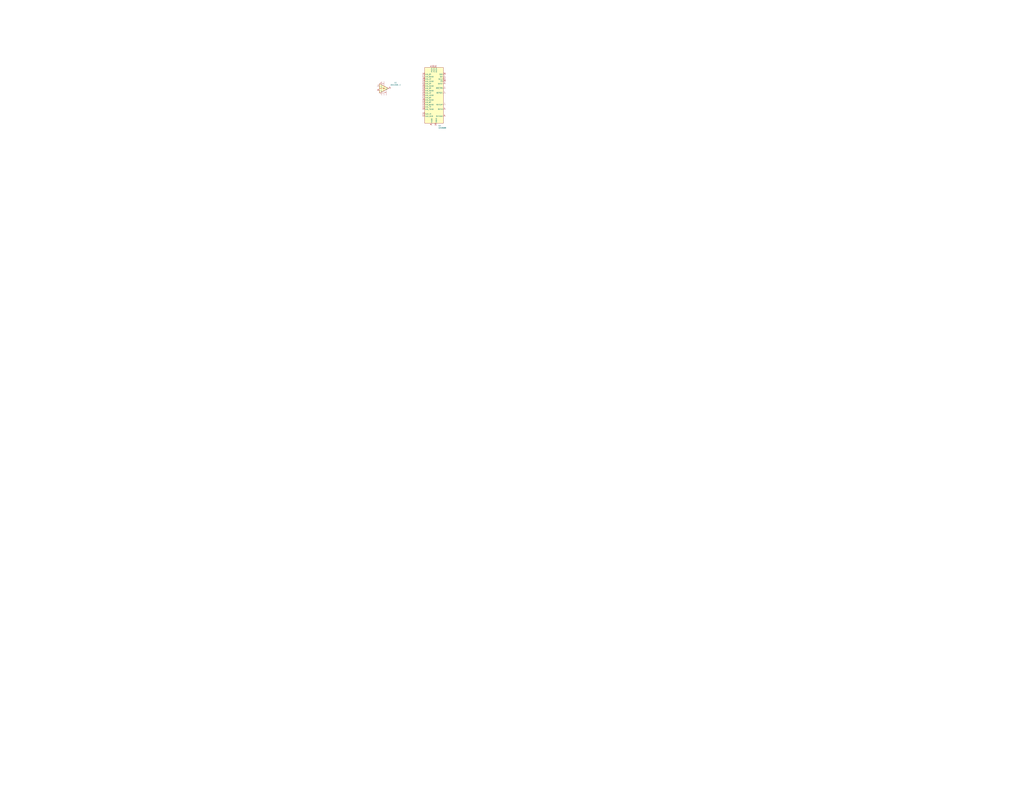
<source format=kicad_sch>
(kicad_sch (version 20231120) (generator "eeschema") (generator_version "8.0")
  (paper "E")
  (lib_symbols
    (symbol "Amplifier_Operational:ADA4530-1" (pin_names (offset 0.127))
      (property "Reference" "U" (at 3.81 5.08 0))
      (property "Value" "ADA4530-1" (at 3.81 3.175 0))
      (symbol "ADA4530-1_0_1"
        (polyline (pts (xy -3.81 0) (xy -5.08 0)))
        (polyline (pts (xy -2.54 0) (xy 0 0)))
        (polyline (pts (xy 0 2.54) (xy 0 -2.54)))
        (polyline (pts (xy -5.08 5.08) (xy 5.08 0) (xy -5.08 -5.08) (xy -5.08 5.08)) (stroke (width 0.254)) (fill (type background)))
        (polyline (pts (xy -3.81 -0.635) (xy -3.81 0.635) (xy -2.54 0) (xy -3.81 -0.635)))
        (circle (center 0 0) (radius 0.3556) (fill (type outline)))
      )
      (symbol "ADA4530-1_1_1"
        (pin input line (at -7.62 2.54 0) (length 2.54) (name "+") (number "1"))
        (pin passive line (at 0 7.62 270) (length 5.08) (name "~") (number "2"))
        (pin passive line (at 2.54 -7.62 90) (length 6.35) (name "IC") (number "3"))
        (pin power_in line (at -2.54 -7.62 90) (length 3.81) (name "V-") (number "4"))
        (pin power_in line (at -2.54 7.62 270) (length 3.81) (name "V+") (number "5"))
        (pin output line (at 7.62 0 180) (length 2.54) (name "~") (number "6"))
        (pin passive line (at 0 -7.62 90) (length 5.08) (name "~") (number "7"))
        (pin input line (at -7.62 -2.54 0) (length 2.54) (name "-") (number "8"))
      )
    )
    (symbol "Analog_ADC:ADS8688"
      (property "Reference" "U" (at -8.89 31.75 0))
      (property "Value" "ADS8688" (at 8.89 31.75 0))
      (symbol "ADS8688_0_1"
        (rectangle (start -10.16 30.48) (end 10.16 -30.48) (stroke (width 0.254)) (fill (type background)))
      )
      (symbol "ADS8688_1_1"
        (pin input line (at 12.7 20.32 180) (length 2.54) (name "SDI") (number "1"))
        (pin input line (at -12.7 -20.32 0) (length 2.54) (name "AUX_IN") (number "10"))
        (pin input line (at -12.7 -22.86 0) (length 2.54) (name "AUX_GND") (number "11"))
        (pin input line (at -12.7 -7.62 0) (length 2.54) (name "AIN_6P") (number "12"))
        (pin input line (at -12.7 -10.16 0) (length 2.54) (name "AIN_6GND") (number "13"))
        (pin input line (at -12.7 -12.7 0) (length 2.54) (name "AIN_7P") (number "14"))
        (pin input line (at -12.7 -15.24 0) (length 2.54) (name "AIN_7GND") (number "15"))
        (pin input line (at -12.7 22.86 0) (length 2.54) (name "AIN_0P") (number "16"))
        (pin input line (at -12.7 20.32 0) (length 2.54) (name "AIN_0GND") (number "17"))
        (pin input line (at -12.7 17.78 0) (length 2.54) (name "AIN_1P") (number "18"))
        (pin input line (at -12.7 15.24 0) (length 2.54) (name "AIN_1GND") (number "19"))
        (pin input line (at 12.7 7.62 180) (length 2.54) (name "~{RST/PD}") (number "2"))
        (pin input line (at -12.7 10.16 0) (length 2.54) (name "AIN_2GND") (number "20"))
        (pin input line (at -12.7 12.7 0) (length 2.54) (name "AIN_2P") (number "21"))
        (pin input line (at -12.7 5.08 0) (length 2.54) (name "AIN_3GND") (number "22"))
        (pin input line (at -12.7 7.62 0) (length 2.54) (name "AIN_3P") (number "23"))
        (pin input line (at -12.7 0 0) (length 2.54) (name "AIN_4GND") (number "24"))
        (pin input line (at -12.7 2.54 0) (length 2.54) (name "AIN_4P") (number "25"))
        (pin input line (at -12.7 -5.08 0) (length 2.54) (name "AIN_5GND") (number "26"))
        (pin input line (at -12.7 -2.54 0) (length 2.54) (name "AIN_5P") (number "27"))
        (pin passive line (at -2.54 -33.02 90) (length 2.54) hide (name "AGND") (number "28"))
        (pin passive line (at -2.54 -33.02 90) (length 2.54) hide (name "AGND") (number "29"))
        (pin input line (at 12.7 12.7 180) (length 2.54) (name "DAISY") (number "3"))
        (pin power_in line (at 0 33.02 270) (length 2.54) (name "AVDD") (number "30"))
        (pin passive line (at -2.54 -33.02 90) (length 2.54) hide (name "AGND") (number "31"))
        (pin passive line (at -2.54 -33.02 90) (length 2.54) hide (name "AGND") (number "32"))
        (pin power_in line (at 2.54 -33.02 90) (length 2.54) (name "DGND") (number "33"))
        (pin power_in line (at 2.54 33.02 270) (length 2.54) (name "DVDD") (number "34"))
        (pin no_connect line (at 10.16 -5.08 180) (length 2.54) hide (name "DNC") (number "35"))
        (pin output line (at 12.7 22.86 180) (length 2.54) (name "SDO") (number "36"))
        (pin input line (at 12.7 17.78 180) (length 2.54) (name "SCLK") (number "37"))
        (pin input line (at 12.7 15.24 180) (length 2.54) (name "~{CS}") (number "38"))
        (pin input line (at 12.7 2.54 180) (length 2.54) (name "~{REFSEL}") (number "4"))
        (pin passive line (at 12.7 -15.24 180) (length 2.54) (name "REFIO") (number "5"))
        (pin power_in line (at 12.7 -22.86 180) (length 2.54) (name "REFGND") (number "6"))
        (pin passive line (at 12.7 -10.16 180) (length 2.54) (name "REFCAP") (number "7"))
        (pin power_in line (at -2.54 -33.02 90) (length 2.54) (name "AGND") (number "8"))
        (pin power_in line (at -2.54 33.02 270) (length 2.54) (name "AVDD") (number "9"))
      )
    )
  )
  (symbol (lib_id "Amplifier_Operational:ADA4530-1") (at 419.1 96.52 0) (unit 1)
    (property "Reference" "U1" (at 431.8 90.2014 0))
    (property "Value" "ADA4530-1" (at 431.8 92.7414 0))
    (property "Footprint" "Package_SO:SOIC-8_3.9x4.9mm_P1.27mm" (effects (hide yes)))
    (property "Datasheet" "https://www.analog.com/media/en/technical-documentation/data-sheets/ADA4530-1.pdf" (effects (hide yes)))
    (property "Description" "Femtoampere Input Bias Current Electrometer Amplifier, SOIC-8" (effects (hide yes)))
  )
  (symbol (lib_id "Analog_ADC:ADS8688") (at 473.71 104.14 0) (unit 1)
    (property "Reference" "U2" (at 478.4441 137.16 0) (effects (justify left)))
    (property "Value" "ADS8688" (at 478.4441 139.7 0) (effects (justify left)))
    (property "Footprint" "Package_SO:TSSOP-38_4.4x9.7mm_P0.5mm" (effects (hide yes)))
    (property "Datasheet" "http://www.ti.com/lit/ds/symlink/ads8688.pdf" (effects (hide yes)))
    (property "Description" "16-Bit, 500-kSPS, 8-Channels, Single-Supply, SAR ADC with Bipolar Input Range, TSSOP-38" (effects (hide yes)))
  )
)
</source>
